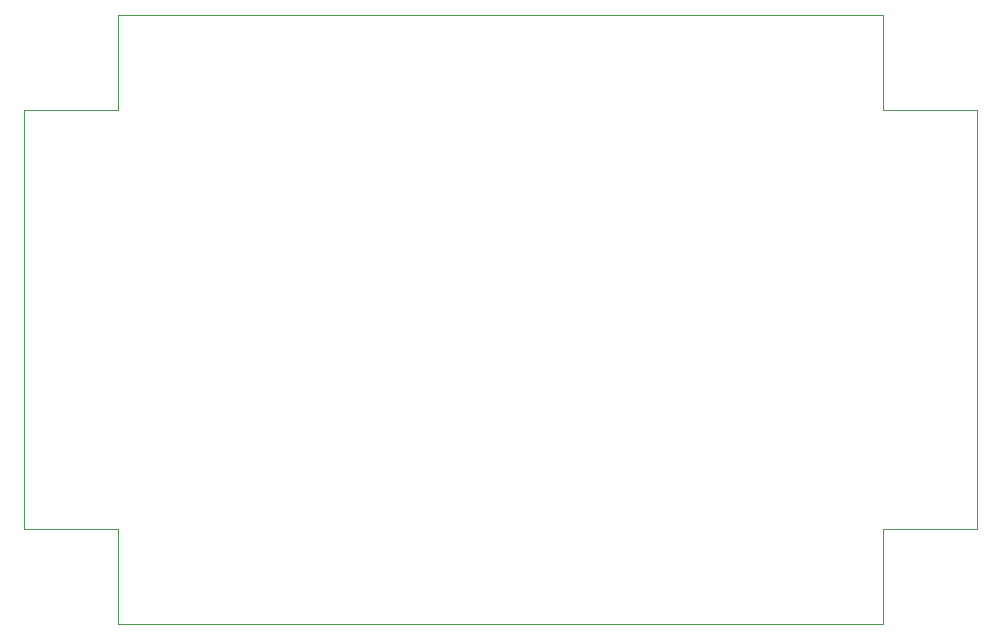
<source format=gbr>
%TF.GenerationSoftware,Altium Limited,Altium Designer,21.6.1 (37)*%
G04 Layer_Color=0*
%FSLAX43Y43*%
%MOMM*%
%TF.SameCoordinates,1E6E8873-E5BF-4629-9129-2C513CDE5FDC*%
%TF.FilePolarity,Positive*%
%TF.FileFunction,Profile,NP*%
%TF.Part,Single*%
G01*
G75*
%TA.AperFunction,Profile*%
%ADD50C,0.025*%
D50*
X0Y8000D02*
Y43500D01*
X8000D01*
Y51500D01*
X72700D01*
Y43500D01*
X80700D01*
Y8000D01*
X72700D01*
Y0D01*
X8000D01*
Y8000D01*
X0D01*
%TF.MD5,c648d631aa73b222a7a8b5854daa9075*%
M02*

</source>
